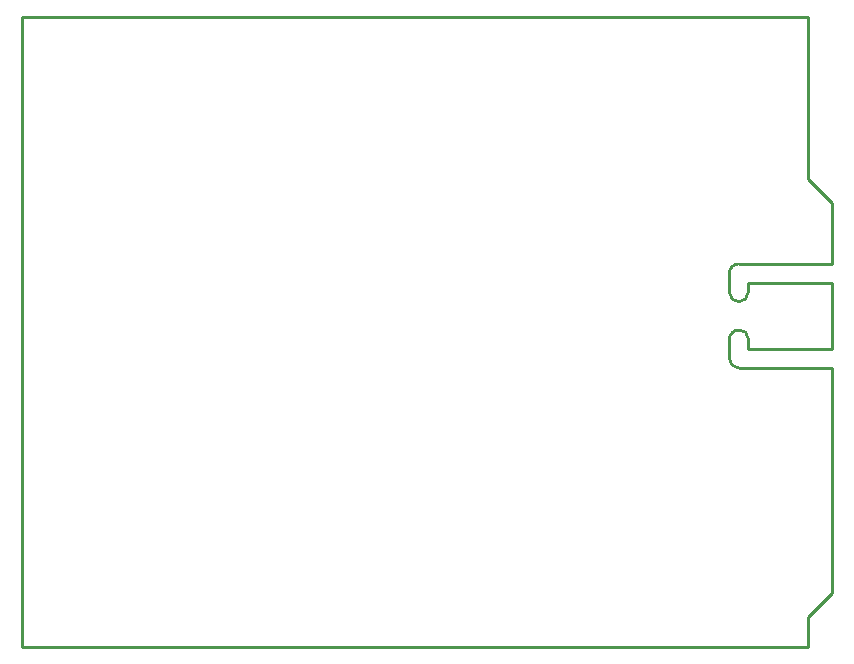
<source format=gm1>
%FSLAX44Y44*%
%MOMM*%
G71*
G01*
G75*
G04 Layer_Color=32768*
%ADD10C,0.2540*%
D10*
X598931Y244000D02*
G03*
X606931Y236000I8000J0D01*
G01*
X598931Y244000D02*
G03*
X599000Y244069I0J69D01*
G01*
X607069Y268069D02*
G03*
X599000Y260000I0J-8069D01*
G01*
X614931Y261044D02*
G03*
X607907Y268069I-7025J0D01*
G01*
X615000Y260976D02*
G03*
X614931Y261044I-69J0D01*
G01*
X607000Y291931D02*
G03*
X615000Y299931I0J8000D01*
G01*
X599000Y299931D02*
G03*
X607000Y291931I8000J0D01*
G01*
X598931Y302329D02*
G03*
X599000Y302260I69J0D01*
G01*
X607000Y324069D02*
G03*
X598931Y316000I0J-8069D01*
G01*
X0Y0D02*
X665480D01*
Y25400D01*
X685800Y45720D01*
Y236000D01*
X606931D02*
X685800D01*
X599000Y244069D02*
Y260000D01*
X607069Y268069D02*
X607907D01*
X615000Y252000D02*
Y260976D01*
Y252000D02*
X685800D01*
Y308000D01*
X615000D02*
X685800D01*
X615000Y299931D02*
Y308000D01*
X599000Y299931D02*
Y302260D01*
X598931Y302329D02*
Y316000D01*
X607000Y324069D02*
X685869D01*
X686000Y324200D01*
Y375720D01*
X665480Y396240D02*
X686000Y375720D01*
X665480Y396240D02*
Y533400D01*
X0D02*
X665480D01*
X0Y0D02*
Y533400D01*
M02*

</source>
